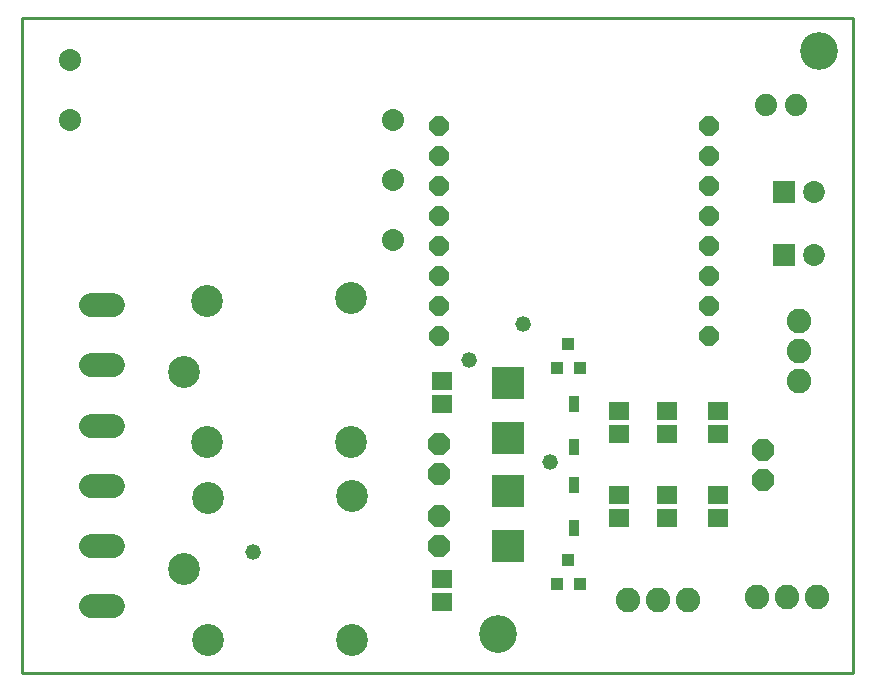
<source format=gts>
G75*
%MOIN*%
%OFA0B0*%
%FSLAX25Y25*%
%IPPOS*%
%LPD*%
%AMOC8*
5,1,8,0,0,1.08239X$1,22.5*
%
%ADD10C,0.01000*%
%ADD11C,0.08100*%
%ADD12C,0.00000*%
%ADD13C,0.12611*%
%ADD14C,0.07400*%
%ADD15R,0.06706X0.05918*%
%ADD16C,0.08200*%
%ADD17C,0.07337*%
%ADD18OC8,0.06550*%
%ADD19R,0.10800X0.10800*%
%ADD20R,0.03950X0.04343*%
%ADD21R,0.03556X0.05524*%
%ADD22OC8,0.07400*%
%ADD23C,0.10643*%
%ADD24R,0.07300X0.07300*%
%ADD25C,0.07300*%
%ADD26C,0.05200*%
D10*
X0044800Y0019300D02*
X0321750Y0019300D01*
X0321750Y0237800D01*
X0044800Y0237800D01*
X0044800Y0019300D01*
D11*
X0067650Y0041800D02*
X0074950Y0041800D01*
X0074950Y0061800D02*
X0067650Y0061800D01*
X0067650Y0081800D02*
X0074950Y0081800D01*
X0074950Y0101800D02*
X0067650Y0101800D01*
X0067650Y0121840D02*
X0074950Y0121840D01*
X0074950Y0141840D02*
X0067650Y0141840D01*
D12*
X0197394Y0032300D02*
X0197396Y0032453D01*
X0197402Y0032607D01*
X0197412Y0032760D01*
X0197426Y0032912D01*
X0197444Y0033065D01*
X0197466Y0033216D01*
X0197491Y0033367D01*
X0197521Y0033518D01*
X0197555Y0033668D01*
X0197592Y0033816D01*
X0197633Y0033964D01*
X0197678Y0034110D01*
X0197727Y0034256D01*
X0197780Y0034400D01*
X0197836Y0034542D01*
X0197896Y0034683D01*
X0197960Y0034823D01*
X0198027Y0034961D01*
X0198098Y0035097D01*
X0198173Y0035231D01*
X0198250Y0035363D01*
X0198332Y0035493D01*
X0198416Y0035621D01*
X0198504Y0035747D01*
X0198595Y0035870D01*
X0198689Y0035991D01*
X0198787Y0036109D01*
X0198887Y0036225D01*
X0198991Y0036338D01*
X0199097Y0036449D01*
X0199206Y0036557D01*
X0199318Y0036662D01*
X0199432Y0036763D01*
X0199550Y0036862D01*
X0199669Y0036958D01*
X0199791Y0037051D01*
X0199916Y0037140D01*
X0200043Y0037227D01*
X0200172Y0037309D01*
X0200303Y0037389D01*
X0200436Y0037465D01*
X0200571Y0037538D01*
X0200708Y0037607D01*
X0200847Y0037672D01*
X0200987Y0037734D01*
X0201129Y0037792D01*
X0201272Y0037847D01*
X0201417Y0037898D01*
X0201563Y0037945D01*
X0201710Y0037988D01*
X0201858Y0038027D01*
X0202007Y0038063D01*
X0202157Y0038094D01*
X0202308Y0038122D01*
X0202459Y0038146D01*
X0202612Y0038166D01*
X0202764Y0038182D01*
X0202917Y0038194D01*
X0203070Y0038202D01*
X0203223Y0038206D01*
X0203377Y0038206D01*
X0203530Y0038202D01*
X0203683Y0038194D01*
X0203836Y0038182D01*
X0203988Y0038166D01*
X0204141Y0038146D01*
X0204292Y0038122D01*
X0204443Y0038094D01*
X0204593Y0038063D01*
X0204742Y0038027D01*
X0204890Y0037988D01*
X0205037Y0037945D01*
X0205183Y0037898D01*
X0205328Y0037847D01*
X0205471Y0037792D01*
X0205613Y0037734D01*
X0205753Y0037672D01*
X0205892Y0037607D01*
X0206029Y0037538D01*
X0206164Y0037465D01*
X0206297Y0037389D01*
X0206428Y0037309D01*
X0206557Y0037227D01*
X0206684Y0037140D01*
X0206809Y0037051D01*
X0206931Y0036958D01*
X0207050Y0036862D01*
X0207168Y0036763D01*
X0207282Y0036662D01*
X0207394Y0036557D01*
X0207503Y0036449D01*
X0207609Y0036338D01*
X0207713Y0036225D01*
X0207813Y0036109D01*
X0207911Y0035991D01*
X0208005Y0035870D01*
X0208096Y0035747D01*
X0208184Y0035621D01*
X0208268Y0035493D01*
X0208350Y0035363D01*
X0208427Y0035231D01*
X0208502Y0035097D01*
X0208573Y0034961D01*
X0208640Y0034823D01*
X0208704Y0034683D01*
X0208764Y0034542D01*
X0208820Y0034400D01*
X0208873Y0034256D01*
X0208922Y0034110D01*
X0208967Y0033964D01*
X0209008Y0033816D01*
X0209045Y0033668D01*
X0209079Y0033518D01*
X0209109Y0033367D01*
X0209134Y0033216D01*
X0209156Y0033065D01*
X0209174Y0032912D01*
X0209188Y0032760D01*
X0209198Y0032607D01*
X0209204Y0032453D01*
X0209206Y0032300D01*
X0209204Y0032147D01*
X0209198Y0031993D01*
X0209188Y0031840D01*
X0209174Y0031688D01*
X0209156Y0031535D01*
X0209134Y0031384D01*
X0209109Y0031233D01*
X0209079Y0031082D01*
X0209045Y0030932D01*
X0209008Y0030784D01*
X0208967Y0030636D01*
X0208922Y0030490D01*
X0208873Y0030344D01*
X0208820Y0030200D01*
X0208764Y0030058D01*
X0208704Y0029917D01*
X0208640Y0029777D01*
X0208573Y0029639D01*
X0208502Y0029503D01*
X0208427Y0029369D01*
X0208350Y0029237D01*
X0208268Y0029107D01*
X0208184Y0028979D01*
X0208096Y0028853D01*
X0208005Y0028730D01*
X0207911Y0028609D01*
X0207813Y0028491D01*
X0207713Y0028375D01*
X0207609Y0028262D01*
X0207503Y0028151D01*
X0207394Y0028043D01*
X0207282Y0027938D01*
X0207168Y0027837D01*
X0207050Y0027738D01*
X0206931Y0027642D01*
X0206809Y0027549D01*
X0206684Y0027460D01*
X0206557Y0027373D01*
X0206428Y0027291D01*
X0206297Y0027211D01*
X0206164Y0027135D01*
X0206029Y0027062D01*
X0205892Y0026993D01*
X0205753Y0026928D01*
X0205613Y0026866D01*
X0205471Y0026808D01*
X0205328Y0026753D01*
X0205183Y0026702D01*
X0205037Y0026655D01*
X0204890Y0026612D01*
X0204742Y0026573D01*
X0204593Y0026537D01*
X0204443Y0026506D01*
X0204292Y0026478D01*
X0204141Y0026454D01*
X0203988Y0026434D01*
X0203836Y0026418D01*
X0203683Y0026406D01*
X0203530Y0026398D01*
X0203377Y0026394D01*
X0203223Y0026394D01*
X0203070Y0026398D01*
X0202917Y0026406D01*
X0202764Y0026418D01*
X0202612Y0026434D01*
X0202459Y0026454D01*
X0202308Y0026478D01*
X0202157Y0026506D01*
X0202007Y0026537D01*
X0201858Y0026573D01*
X0201710Y0026612D01*
X0201563Y0026655D01*
X0201417Y0026702D01*
X0201272Y0026753D01*
X0201129Y0026808D01*
X0200987Y0026866D01*
X0200847Y0026928D01*
X0200708Y0026993D01*
X0200571Y0027062D01*
X0200436Y0027135D01*
X0200303Y0027211D01*
X0200172Y0027291D01*
X0200043Y0027373D01*
X0199916Y0027460D01*
X0199791Y0027549D01*
X0199669Y0027642D01*
X0199550Y0027738D01*
X0199432Y0027837D01*
X0199318Y0027938D01*
X0199206Y0028043D01*
X0199097Y0028151D01*
X0198991Y0028262D01*
X0198887Y0028375D01*
X0198787Y0028491D01*
X0198689Y0028609D01*
X0198595Y0028730D01*
X0198504Y0028853D01*
X0198416Y0028979D01*
X0198332Y0029107D01*
X0198250Y0029237D01*
X0198173Y0029369D01*
X0198098Y0029503D01*
X0198027Y0029639D01*
X0197960Y0029777D01*
X0197896Y0029917D01*
X0197836Y0030058D01*
X0197780Y0030200D01*
X0197727Y0030344D01*
X0197678Y0030490D01*
X0197633Y0030636D01*
X0197592Y0030784D01*
X0197555Y0030932D01*
X0197521Y0031082D01*
X0197491Y0031233D01*
X0197466Y0031384D01*
X0197444Y0031535D01*
X0197426Y0031688D01*
X0197412Y0031840D01*
X0197402Y0031993D01*
X0197396Y0032147D01*
X0197394Y0032300D01*
X0304394Y0226800D02*
X0304396Y0226953D01*
X0304402Y0227107D01*
X0304412Y0227260D01*
X0304426Y0227412D01*
X0304444Y0227565D01*
X0304466Y0227716D01*
X0304491Y0227867D01*
X0304521Y0228018D01*
X0304555Y0228168D01*
X0304592Y0228316D01*
X0304633Y0228464D01*
X0304678Y0228610D01*
X0304727Y0228756D01*
X0304780Y0228900D01*
X0304836Y0229042D01*
X0304896Y0229183D01*
X0304960Y0229323D01*
X0305027Y0229461D01*
X0305098Y0229597D01*
X0305173Y0229731D01*
X0305250Y0229863D01*
X0305332Y0229993D01*
X0305416Y0230121D01*
X0305504Y0230247D01*
X0305595Y0230370D01*
X0305689Y0230491D01*
X0305787Y0230609D01*
X0305887Y0230725D01*
X0305991Y0230838D01*
X0306097Y0230949D01*
X0306206Y0231057D01*
X0306318Y0231162D01*
X0306432Y0231263D01*
X0306550Y0231362D01*
X0306669Y0231458D01*
X0306791Y0231551D01*
X0306916Y0231640D01*
X0307043Y0231727D01*
X0307172Y0231809D01*
X0307303Y0231889D01*
X0307436Y0231965D01*
X0307571Y0232038D01*
X0307708Y0232107D01*
X0307847Y0232172D01*
X0307987Y0232234D01*
X0308129Y0232292D01*
X0308272Y0232347D01*
X0308417Y0232398D01*
X0308563Y0232445D01*
X0308710Y0232488D01*
X0308858Y0232527D01*
X0309007Y0232563D01*
X0309157Y0232594D01*
X0309308Y0232622D01*
X0309459Y0232646D01*
X0309612Y0232666D01*
X0309764Y0232682D01*
X0309917Y0232694D01*
X0310070Y0232702D01*
X0310223Y0232706D01*
X0310377Y0232706D01*
X0310530Y0232702D01*
X0310683Y0232694D01*
X0310836Y0232682D01*
X0310988Y0232666D01*
X0311141Y0232646D01*
X0311292Y0232622D01*
X0311443Y0232594D01*
X0311593Y0232563D01*
X0311742Y0232527D01*
X0311890Y0232488D01*
X0312037Y0232445D01*
X0312183Y0232398D01*
X0312328Y0232347D01*
X0312471Y0232292D01*
X0312613Y0232234D01*
X0312753Y0232172D01*
X0312892Y0232107D01*
X0313029Y0232038D01*
X0313164Y0231965D01*
X0313297Y0231889D01*
X0313428Y0231809D01*
X0313557Y0231727D01*
X0313684Y0231640D01*
X0313809Y0231551D01*
X0313931Y0231458D01*
X0314050Y0231362D01*
X0314168Y0231263D01*
X0314282Y0231162D01*
X0314394Y0231057D01*
X0314503Y0230949D01*
X0314609Y0230838D01*
X0314713Y0230725D01*
X0314813Y0230609D01*
X0314911Y0230491D01*
X0315005Y0230370D01*
X0315096Y0230247D01*
X0315184Y0230121D01*
X0315268Y0229993D01*
X0315350Y0229863D01*
X0315427Y0229731D01*
X0315502Y0229597D01*
X0315573Y0229461D01*
X0315640Y0229323D01*
X0315704Y0229183D01*
X0315764Y0229042D01*
X0315820Y0228900D01*
X0315873Y0228756D01*
X0315922Y0228610D01*
X0315967Y0228464D01*
X0316008Y0228316D01*
X0316045Y0228168D01*
X0316079Y0228018D01*
X0316109Y0227867D01*
X0316134Y0227716D01*
X0316156Y0227565D01*
X0316174Y0227412D01*
X0316188Y0227260D01*
X0316198Y0227107D01*
X0316204Y0226953D01*
X0316206Y0226800D01*
X0316204Y0226647D01*
X0316198Y0226493D01*
X0316188Y0226340D01*
X0316174Y0226188D01*
X0316156Y0226035D01*
X0316134Y0225884D01*
X0316109Y0225733D01*
X0316079Y0225582D01*
X0316045Y0225432D01*
X0316008Y0225284D01*
X0315967Y0225136D01*
X0315922Y0224990D01*
X0315873Y0224844D01*
X0315820Y0224700D01*
X0315764Y0224558D01*
X0315704Y0224417D01*
X0315640Y0224277D01*
X0315573Y0224139D01*
X0315502Y0224003D01*
X0315427Y0223869D01*
X0315350Y0223737D01*
X0315268Y0223607D01*
X0315184Y0223479D01*
X0315096Y0223353D01*
X0315005Y0223230D01*
X0314911Y0223109D01*
X0314813Y0222991D01*
X0314713Y0222875D01*
X0314609Y0222762D01*
X0314503Y0222651D01*
X0314394Y0222543D01*
X0314282Y0222438D01*
X0314168Y0222337D01*
X0314050Y0222238D01*
X0313931Y0222142D01*
X0313809Y0222049D01*
X0313684Y0221960D01*
X0313557Y0221873D01*
X0313428Y0221791D01*
X0313297Y0221711D01*
X0313164Y0221635D01*
X0313029Y0221562D01*
X0312892Y0221493D01*
X0312753Y0221428D01*
X0312613Y0221366D01*
X0312471Y0221308D01*
X0312328Y0221253D01*
X0312183Y0221202D01*
X0312037Y0221155D01*
X0311890Y0221112D01*
X0311742Y0221073D01*
X0311593Y0221037D01*
X0311443Y0221006D01*
X0311292Y0220978D01*
X0311141Y0220954D01*
X0310988Y0220934D01*
X0310836Y0220918D01*
X0310683Y0220906D01*
X0310530Y0220898D01*
X0310377Y0220894D01*
X0310223Y0220894D01*
X0310070Y0220898D01*
X0309917Y0220906D01*
X0309764Y0220918D01*
X0309612Y0220934D01*
X0309459Y0220954D01*
X0309308Y0220978D01*
X0309157Y0221006D01*
X0309007Y0221037D01*
X0308858Y0221073D01*
X0308710Y0221112D01*
X0308563Y0221155D01*
X0308417Y0221202D01*
X0308272Y0221253D01*
X0308129Y0221308D01*
X0307987Y0221366D01*
X0307847Y0221428D01*
X0307708Y0221493D01*
X0307571Y0221562D01*
X0307436Y0221635D01*
X0307303Y0221711D01*
X0307172Y0221791D01*
X0307043Y0221873D01*
X0306916Y0221960D01*
X0306791Y0222049D01*
X0306669Y0222142D01*
X0306550Y0222238D01*
X0306432Y0222337D01*
X0306318Y0222438D01*
X0306206Y0222543D01*
X0306097Y0222651D01*
X0305991Y0222762D01*
X0305887Y0222875D01*
X0305787Y0222991D01*
X0305689Y0223109D01*
X0305595Y0223230D01*
X0305504Y0223353D01*
X0305416Y0223479D01*
X0305332Y0223607D01*
X0305250Y0223737D01*
X0305173Y0223869D01*
X0305098Y0224003D01*
X0305027Y0224139D01*
X0304960Y0224277D01*
X0304896Y0224417D01*
X0304836Y0224558D01*
X0304780Y0224700D01*
X0304727Y0224844D01*
X0304678Y0224990D01*
X0304633Y0225136D01*
X0304592Y0225284D01*
X0304555Y0225432D01*
X0304521Y0225582D01*
X0304491Y0225733D01*
X0304466Y0225884D01*
X0304444Y0226035D01*
X0304426Y0226188D01*
X0304412Y0226340D01*
X0304402Y0226493D01*
X0304396Y0226647D01*
X0304394Y0226800D01*
D13*
X0310300Y0226800D03*
X0203300Y0032300D03*
D14*
X0292772Y0208800D03*
X0302615Y0208800D03*
D15*
X0184800Y0116540D03*
X0184800Y0109060D03*
X0243800Y0106540D03*
X0243800Y0099060D03*
X0259800Y0099060D03*
X0259800Y0106540D03*
X0276800Y0106540D03*
X0276800Y0099060D03*
X0276800Y0078540D03*
X0276800Y0071060D03*
X0259800Y0071060D03*
X0259800Y0078540D03*
X0243800Y0078540D03*
X0243800Y0071060D03*
X0184800Y0050540D03*
X0184800Y0043060D03*
D16*
X0246800Y0043800D03*
X0256800Y0043800D03*
X0266800Y0043800D03*
X0289800Y0044800D03*
X0299800Y0044800D03*
X0309800Y0044800D03*
X0303800Y0116800D03*
X0303800Y0126800D03*
X0303800Y0136800D03*
D17*
X0168300Y0163800D03*
X0168300Y0183800D03*
X0168300Y0203800D03*
X0060800Y0203800D03*
X0060800Y0223800D03*
D18*
X0183800Y0201800D03*
X0183800Y0191800D03*
X0183800Y0181800D03*
X0183800Y0171800D03*
X0183800Y0161800D03*
X0183800Y0151800D03*
X0183800Y0141800D03*
X0183800Y0131800D03*
X0273800Y0131800D03*
X0273800Y0141800D03*
X0273800Y0151800D03*
X0273800Y0161800D03*
X0273800Y0171800D03*
X0273800Y0181800D03*
X0273800Y0191800D03*
X0273800Y0201800D03*
D19*
X0206800Y0116050D03*
X0206800Y0097550D03*
X0206800Y0080050D03*
X0206800Y0061550D03*
D20*
X0226800Y0057131D03*
X0223060Y0048863D03*
X0230540Y0048863D03*
X0230540Y0120863D03*
X0223060Y0120863D03*
X0226800Y0129131D03*
D21*
X0228800Y0109083D03*
X0228800Y0094517D03*
X0228800Y0082083D03*
X0228800Y0067517D03*
D22*
X0183800Y0071800D03*
X0183800Y0061800D03*
X0183800Y0085800D03*
X0183800Y0095800D03*
X0291800Y0093800D03*
X0291800Y0083800D03*
D23*
X0154706Y0078409D03*
X0154506Y0096178D03*
X0106474Y0096178D03*
X0106674Y0077622D03*
X0098800Y0054000D03*
X0106674Y0030378D03*
X0154706Y0030378D03*
X0098600Y0119800D03*
X0106474Y0143422D03*
X0154506Y0144209D03*
D24*
X0298800Y0158800D03*
X0298800Y0179800D03*
D25*
X0308800Y0179800D03*
X0308800Y0158800D03*
D26*
X0211800Y0135800D03*
X0193800Y0123800D03*
X0220800Y0089800D03*
X0121800Y0059800D03*
M02*

</source>
